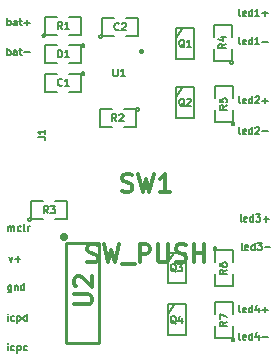
<source format=gto>
G04 (created by PCBNEW-RS274X (2012-01-19 BZR 3256)-stable) date 11/26/2012 8:22:25 AM*
G01*
G70*
G90*
%MOIN*%
G04 Gerber Fmt 3.4, Leading zero omitted, Abs format*
%FSLAX34Y34*%
G04 APERTURE LIST*
%ADD10C,0.006000*%
%ADD11C,0.005000*%
%ADD12C,0.015000*%
%ADD13C,0.010000*%
%ADD14C,0.012000*%
G04 APERTURE END LIST*
G54D10*
G54D11*
X57495Y-41454D02*
X57695Y-41154D01*
X57495Y-42154D02*
X57495Y-41129D01*
X57495Y-41129D02*
X58095Y-41129D01*
X58095Y-41129D02*
X58095Y-42154D01*
X58095Y-42154D02*
X57495Y-42154D01*
X57495Y-39721D02*
X57695Y-39421D01*
X57495Y-40421D02*
X57495Y-39396D01*
X57495Y-39396D02*
X58095Y-39396D01*
X58095Y-39396D02*
X58095Y-40421D01*
X58095Y-40421D02*
X57495Y-40421D01*
X57771Y-34211D02*
X57971Y-33911D01*
X57771Y-34911D02*
X57771Y-33886D01*
X57771Y-33886D02*
X58371Y-33886D01*
X58371Y-33886D02*
X58371Y-34911D01*
X58371Y-34911D02*
X57771Y-34911D01*
X57771Y-32241D02*
X57971Y-31941D01*
X57771Y-32941D02*
X57771Y-31916D01*
X57771Y-31916D02*
X58371Y-31916D01*
X58371Y-31916D02*
X58371Y-32941D01*
X58371Y-32941D02*
X57771Y-32941D01*
X55306Y-32191D02*
X55305Y-32200D01*
X55302Y-32210D01*
X55297Y-32218D01*
X55291Y-32226D01*
X55283Y-32232D01*
X55275Y-32237D01*
X55266Y-32239D01*
X55256Y-32240D01*
X55247Y-32240D01*
X55238Y-32237D01*
X55229Y-32232D01*
X55222Y-32226D01*
X55215Y-32219D01*
X55211Y-32210D01*
X55208Y-32201D01*
X55207Y-32191D01*
X55207Y-32182D01*
X55210Y-32173D01*
X55214Y-32164D01*
X55221Y-32157D01*
X55228Y-32150D01*
X55236Y-32146D01*
X55246Y-32143D01*
X55255Y-32142D01*
X55264Y-32142D01*
X55274Y-32145D01*
X55282Y-32149D01*
X55290Y-32155D01*
X55296Y-32163D01*
X55301Y-32171D01*
X55304Y-32180D01*
X55305Y-32190D01*
X55306Y-32191D01*
X55706Y-32191D02*
X55306Y-32191D01*
X55306Y-32191D02*
X55306Y-31591D01*
X55306Y-31591D02*
X55706Y-31591D01*
X56106Y-31591D02*
X56506Y-31591D01*
X56506Y-31591D02*
X56506Y-32191D01*
X56506Y-32191D02*
X56106Y-32191D01*
X54716Y-32495D02*
X54715Y-32504D01*
X54712Y-32514D01*
X54707Y-32522D01*
X54701Y-32530D01*
X54693Y-32536D01*
X54685Y-32541D01*
X54676Y-32543D01*
X54666Y-32544D01*
X54657Y-32544D01*
X54648Y-32541D01*
X54639Y-32536D01*
X54632Y-32530D01*
X54625Y-32523D01*
X54621Y-32514D01*
X54618Y-32505D01*
X54617Y-32495D01*
X54617Y-32486D01*
X54620Y-32477D01*
X54624Y-32468D01*
X54631Y-32461D01*
X54638Y-32454D01*
X54646Y-32450D01*
X54656Y-32447D01*
X54665Y-32446D01*
X54674Y-32446D01*
X54684Y-32449D01*
X54692Y-32453D01*
X54700Y-32459D01*
X54706Y-32467D01*
X54711Y-32475D01*
X54714Y-32484D01*
X54715Y-32494D01*
X54716Y-32495D01*
X54216Y-32495D02*
X54616Y-32495D01*
X54616Y-32495D02*
X54616Y-33095D01*
X54616Y-33095D02*
X54216Y-33095D01*
X53816Y-33095D02*
X53416Y-33095D01*
X53416Y-33095D02*
X53416Y-32495D01*
X53416Y-32495D02*
X53816Y-32495D01*
X54716Y-33440D02*
X54715Y-33449D01*
X54712Y-33459D01*
X54707Y-33467D01*
X54701Y-33475D01*
X54693Y-33481D01*
X54685Y-33486D01*
X54676Y-33488D01*
X54666Y-33489D01*
X54657Y-33489D01*
X54648Y-33486D01*
X54639Y-33481D01*
X54632Y-33475D01*
X54625Y-33468D01*
X54621Y-33459D01*
X54618Y-33450D01*
X54617Y-33440D01*
X54617Y-33431D01*
X54620Y-33422D01*
X54624Y-33413D01*
X54631Y-33406D01*
X54638Y-33399D01*
X54646Y-33395D01*
X54656Y-33392D01*
X54665Y-33391D01*
X54674Y-33391D01*
X54684Y-33394D01*
X54692Y-33398D01*
X54700Y-33404D01*
X54706Y-33412D01*
X54711Y-33420D01*
X54714Y-33429D01*
X54715Y-33439D01*
X54716Y-33440D01*
X54216Y-33440D02*
X54616Y-33440D01*
X54616Y-33440D02*
X54616Y-34040D01*
X54616Y-34040D02*
X54216Y-34040D01*
X53816Y-34040D02*
X53416Y-34040D01*
X53416Y-34040D02*
X53416Y-33440D01*
X53416Y-33440D02*
X53816Y-33440D01*
X59720Y-42304D02*
X59719Y-42313D01*
X59716Y-42323D01*
X59711Y-42331D01*
X59705Y-42339D01*
X59697Y-42345D01*
X59689Y-42350D01*
X59680Y-42352D01*
X59670Y-42353D01*
X59661Y-42353D01*
X59652Y-42350D01*
X59643Y-42345D01*
X59636Y-42339D01*
X59629Y-42332D01*
X59625Y-42323D01*
X59622Y-42314D01*
X59621Y-42304D01*
X59621Y-42295D01*
X59624Y-42286D01*
X59628Y-42277D01*
X59635Y-42270D01*
X59642Y-42263D01*
X59650Y-42259D01*
X59660Y-42256D01*
X59669Y-42255D01*
X59678Y-42255D01*
X59688Y-42258D01*
X59696Y-42262D01*
X59704Y-42268D01*
X59710Y-42276D01*
X59715Y-42284D01*
X59718Y-42293D01*
X59719Y-42303D01*
X59720Y-42304D01*
X59670Y-41854D02*
X59670Y-42254D01*
X59670Y-42254D02*
X59070Y-42254D01*
X59070Y-42254D02*
X59070Y-41854D01*
X59070Y-41454D02*
X59070Y-41054D01*
X59070Y-41054D02*
X59670Y-41054D01*
X59670Y-41054D02*
X59670Y-41454D01*
X59120Y-39271D02*
X59119Y-39280D01*
X59116Y-39290D01*
X59111Y-39298D01*
X59105Y-39306D01*
X59097Y-39312D01*
X59089Y-39317D01*
X59080Y-39319D01*
X59070Y-39320D01*
X59061Y-39320D01*
X59052Y-39317D01*
X59043Y-39312D01*
X59036Y-39306D01*
X59029Y-39299D01*
X59025Y-39290D01*
X59022Y-39281D01*
X59021Y-39271D01*
X59021Y-39262D01*
X59024Y-39253D01*
X59028Y-39244D01*
X59035Y-39237D01*
X59042Y-39230D01*
X59050Y-39226D01*
X59060Y-39223D01*
X59069Y-39222D01*
X59078Y-39222D01*
X59088Y-39225D01*
X59096Y-39229D01*
X59104Y-39235D01*
X59110Y-39243D01*
X59115Y-39251D01*
X59118Y-39260D01*
X59119Y-39270D01*
X59120Y-39271D01*
X59070Y-39721D02*
X59070Y-39321D01*
X59070Y-39321D02*
X59670Y-39321D01*
X59670Y-39321D02*
X59670Y-39721D01*
X59670Y-40121D02*
X59670Y-40521D01*
X59670Y-40521D02*
X59070Y-40521D01*
X59070Y-40521D02*
X59070Y-40121D01*
X59720Y-35099D02*
X59719Y-35108D01*
X59716Y-35118D01*
X59711Y-35126D01*
X59705Y-35134D01*
X59697Y-35140D01*
X59689Y-35145D01*
X59680Y-35147D01*
X59670Y-35148D01*
X59661Y-35148D01*
X59652Y-35145D01*
X59643Y-35140D01*
X59636Y-35134D01*
X59629Y-35127D01*
X59625Y-35118D01*
X59622Y-35109D01*
X59621Y-35099D01*
X59621Y-35090D01*
X59624Y-35081D01*
X59628Y-35072D01*
X59635Y-35065D01*
X59642Y-35058D01*
X59650Y-35054D01*
X59660Y-35051D01*
X59669Y-35050D01*
X59678Y-35050D01*
X59688Y-35053D01*
X59696Y-35057D01*
X59704Y-35063D01*
X59710Y-35071D01*
X59715Y-35079D01*
X59718Y-35088D01*
X59719Y-35098D01*
X59720Y-35099D01*
X59670Y-34649D02*
X59670Y-35049D01*
X59670Y-35049D02*
X59070Y-35049D01*
X59070Y-35049D02*
X59070Y-34649D01*
X59070Y-34249D02*
X59070Y-33849D01*
X59070Y-33849D02*
X59670Y-33849D01*
X59670Y-33849D02*
X59670Y-34249D01*
X59681Y-33052D02*
X59680Y-33061D01*
X59677Y-33071D01*
X59672Y-33079D01*
X59666Y-33087D01*
X59658Y-33093D01*
X59650Y-33098D01*
X59641Y-33100D01*
X59631Y-33101D01*
X59622Y-33101D01*
X59613Y-33098D01*
X59604Y-33093D01*
X59597Y-33087D01*
X59590Y-33080D01*
X59586Y-33071D01*
X59583Y-33062D01*
X59582Y-33052D01*
X59582Y-33043D01*
X59585Y-33034D01*
X59589Y-33025D01*
X59596Y-33018D01*
X59603Y-33011D01*
X59611Y-33007D01*
X59621Y-33004D01*
X59630Y-33003D01*
X59639Y-33003D01*
X59649Y-33006D01*
X59657Y-33010D01*
X59665Y-33016D01*
X59671Y-33024D01*
X59676Y-33032D01*
X59679Y-33041D01*
X59680Y-33051D01*
X59681Y-33052D01*
X59631Y-32602D02*
X59631Y-33002D01*
X59631Y-33002D02*
X59031Y-33002D01*
X59031Y-33002D02*
X59031Y-32602D01*
X59031Y-32202D02*
X59031Y-31802D01*
X59031Y-31802D02*
X59631Y-31802D01*
X59631Y-31802D02*
X59631Y-32202D01*
X52943Y-38292D02*
X52942Y-38301D01*
X52939Y-38311D01*
X52934Y-38319D01*
X52928Y-38327D01*
X52920Y-38333D01*
X52912Y-38338D01*
X52903Y-38340D01*
X52893Y-38341D01*
X52884Y-38341D01*
X52875Y-38338D01*
X52866Y-38333D01*
X52859Y-38327D01*
X52852Y-38320D01*
X52848Y-38311D01*
X52845Y-38302D01*
X52844Y-38292D01*
X52844Y-38283D01*
X52847Y-38274D01*
X52851Y-38265D01*
X52858Y-38258D01*
X52865Y-38251D01*
X52873Y-38247D01*
X52883Y-38244D01*
X52892Y-38243D01*
X52901Y-38243D01*
X52911Y-38246D01*
X52919Y-38250D01*
X52927Y-38256D01*
X52933Y-38264D01*
X52938Y-38272D01*
X52941Y-38281D01*
X52942Y-38291D01*
X52943Y-38292D01*
X53343Y-38292D02*
X52943Y-38292D01*
X52943Y-38292D02*
X52943Y-37692D01*
X52943Y-37692D02*
X53343Y-37692D01*
X53743Y-37692D02*
X54143Y-37692D01*
X54143Y-37692D02*
X54143Y-38292D01*
X54143Y-38292D02*
X53743Y-38292D01*
X56528Y-34622D02*
X56527Y-34631D01*
X56524Y-34641D01*
X56519Y-34649D01*
X56513Y-34657D01*
X56505Y-34663D01*
X56497Y-34668D01*
X56488Y-34670D01*
X56478Y-34671D01*
X56469Y-34671D01*
X56460Y-34668D01*
X56451Y-34663D01*
X56444Y-34657D01*
X56437Y-34650D01*
X56433Y-34641D01*
X56430Y-34632D01*
X56429Y-34622D01*
X56429Y-34613D01*
X56432Y-34604D01*
X56436Y-34595D01*
X56443Y-34588D01*
X56450Y-34581D01*
X56458Y-34577D01*
X56468Y-34574D01*
X56477Y-34573D01*
X56486Y-34573D01*
X56496Y-34576D01*
X56504Y-34580D01*
X56512Y-34586D01*
X56518Y-34594D01*
X56523Y-34602D01*
X56526Y-34611D01*
X56527Y-34621D01*
X56528Y-34622D01*
X56028Y-34622D02*
X56428Y-34622D01*
X56428Y-34622D02*
X56428Y-35222D01*
X56428Y-35222D02*
X56028Y-35222D01*
X55628Y-35222D02*
X55228Y-35222D01*
X55228Y-35222D02*
X55228Y-34622D01*
X55228Y-34622D02*
X55628Y-34622D01*
X53417Y-32151D02*
X53416Y-32160D01*
X53413Y-32170D01*
X53408Y-32178D01*
X53402Y-32186D01*
X53394Y-32192D01*
X53386Y-32197D01*
X53377Y-32199D01*
X53367Y-32200D01*
X53358Y-32200D01*
X53349Y-32197D01*
X53340Y-32192D01*
X53333Y-32186D01*
X53326Y-32179D01*
X53322Y-32170D01*
X53319Y-32161D01*
X53318Y-32151D01*
X53318Y-32142D01*
X53321Y-32133D01*
X53325Y-32124D01*
X53332Y-32117D01*
X53339Y-32110D01*
X53347Y-32106D01*
X53357Y-32103D01*
X53366Y-32102D01*
X53375Y-32102D01*
X53385Y-32105D01*
X53393Y-32109D01*
X53401Y-32115D01*
X53407Y-32123D01*
X53412Y-32131D01*
X53415Y-32140D01*
X53416Y-32150D01*
X53417Y-32151D01*
X53817Y-32151D02*
X53417Y-32151D01*
X53417Y-32151D02*
X53417Y-31551D01*
X53417Y-31551D02*
X53817Y-31551D01*
X54217Y-31551D02*
X54617Y-31551D01*
X54617Y-31551D02*
X54617Y-32151D01*
X54617Y-32151D02*
X54217Y-32151D01*
G54D12*
X54055Y-38858D02*
X54054Y-38865D01*
X54052Y-38872D01*
X54048Y-38879D01*
X54043Y-38885D01*
X54037Y-38890D01*
X54031Y-38893D01*
X54023Y-38896D01*
X54016Y-38896D01*
X54009Y-38896D01*
X54002Y-38894D01*
X53995Y-38890D01*
X53989Y-38885D01*
X53984Y-38880D01*
X53981Y-38873D01*
X53978Y-38866D01*
X53978Y-38858D01*
X53978Y-38851D01*
X53980Y-38844D01*
X53984Y-38837D01*
X53988Y-38831D01*
X53994Y-38826D01*
X54001Y-38823D01*
X54008Y-38820D01*
X54016Y-38820D01*
X54022Y-38820D01*
X54030Y-38822D01*
X54036Y-38826D01*
X54042Y-38830D01*
X54047Y-38836D01*
X54051Y-38843D01*
X54054Y-38850D01*
X54054Y-38857D01*
X54055Y-38858D01*
G54D13*
X55197Y-39095D02*
X54095Y-39095D01*
X54095Y-39095D02*
X54095Y-42402D01*
X54095Y-42402D02*
X55197Y-42402D01*
X55197Y-42402D02*
X55197Y-39095D01*
X56653Y-32677D02*
X56652Y-32684D01*
X56650Y-32691D01*
X56646Y-32698D01*
X56641Y-32704D01*
X56635Y-32709D01*
X56629Y-32712D01*
X56621Y-32715D01*
X56614Y-32715D01*
X56607Y-32715D01*
X56600Y-32713D01*
X56593Y-32709D01*
X56587Y-32704D01*
X56582Y-32699D01*
X56579Y-32692D01*
X56576Y-32685D01*
X56576Y-32677D01*
X56576Y-32670D01*
X56578Y-32663D01*
X56582Y-32656D01*
X56586Y-32650D01*
X56592Y-32645D01*
X56599Y-32642D01*
X56606Y-32639D01*
X56614Y-32639D01*
X56620Y-32639D01*
X56628Y-32641D01*
X56634Y-32645D01*
X56640Y-32649D01*
X56645Y-32655D01*
X56649Y-32662D01*
X56652Y-32669D01*
X56652Y-32676D01*
X56653Y-32677D01*
G54D11*
X57773Y-41772D02*
X57750Y-41761D01*
X57728Y-41738D01*
X57694Y-41705D01*
X57671Y-41693D01*
X57649Y-41693D01*
X57660Y-41750D02*
X57638Y-41738D01*
X57615Y-41716D01*
X57604Y-41671D01*
X57604Y-41592D01*
X57615Y-41547D01*
X57638Y-41525D01*
X57660Y-41514D01*
X57705Y-41514D01*
X57728Y-41525D01*
X57750Y-41547D01*
X57761Y-41592D01*
X57761Y-41671D01*
X57750Y-41716D01*
X57728Y-41738D01*
X57705Y-41750D01*
X57660Y-41750D01*
X57963Y-41592D02*
X57963Y-41750D01*
X57907Y-41502D02*
X57851Y-41671D01*
X57997Y-41671D01*
X57773Y-40039D02*
X57750Y-40028D01*
X57728Y-40005D01*
X57694Y-39972D01*
X57671Y-39960D01*
X57649Y-39960D01*
X57660Y-40017D02*
X57638Y-40005D01*
X57615Y-39983D01*
X57604Y-39938D01*
X57604Y-39859D01*
X57615Y-39814D01*
X57638Y-39792D01*
X57660Y-39781D01*
X57705Y-39781D01*
X57728Y-39792D01*
X57750Y-39814D01*
X57761Y-39859D01*
X57761Y-39938D01*
X57750Y-39983D01*
X57728Y-40005D01*
X57705Y-40017D01*
X57660Y-40017D01*
X57840Y-39781D02*
X57986Y-39781D01*
X57907Y-39870D01*
X57941Y-39870D01*
X57963Y-39882D01*
X57975Y-39893D01*
X57986Y-39915D01*
X57986Y-39972D01*
X57975Y-39994D01*
X57963Y-40005D01*
X57941Y-40017D01*
X57873Y-40017D01*
X57851Y-40005D01*
X57840Y-39994D01*
X58049Y-34529D02*
X58026Y-34518D01*
X58004Y-34495D01*
X57970Y-34462D01*
X57947Y-34450D01*
X57925Y-34450D01*
X57936Y-34507D02*
X57914Y-34495D01*
X57891Y-34473D01*
X57880Y-34428D01*
X57880Y-34349D01*
X57891Y-34304D01*
X57914Y-34282D01*
X57936Y-34271D01*
X57981Y-34271D01*
X58004Y-34282D01*
X58026Y-34304D01*
X58037Y-34349D01*
X58037Y-34428D01*
X58026Y-34473D01*
X58004Y-34495D01*
X57981Y-34507D01*
X57936Y-34507D01*
X58127Y-34293D02*
X58138Y-34282D01*
X58161Y-34271D01*
X58217Y-34271D01*
X58239Y-34282D01*
X58251Y-34293D01*
X58262Y-34315D01*
X58262Y-34338D01*
X58251Y-34372D01*
X58116Y-34507D01*
X58262Y-34507D01*
X58049Y-32559D02*
X58026Y-32548D01*
X58004Y-32525D01*
X57970Y-32492D01*
X57947Y-32480D01*
X57925Y-32480D01*
X57936Y-32537D02*
X57914Y-32525D01*
X57891Y-32503D01*
X57880Y-32458D01*
X57880Y-32379D01*
X57891Y-32334D01*
X57914Y-32312D01*
X57936Y-32301D01*
X57981Y-32301D01*
X58004Y-32312D01*
X58026Y-32334D01*
X58037Y-32379D01*
X58037Y-32458D01*
X58026Y-32503D01*
X58004Y-32525D01*
X57981Y-32537D01*
X57936Y-32537D01*
X58262Y-32537D02*
X58127Y-32537D01*
X58194Y-32537D02*
X58194Y-32301D01*
X58172Y-32334D01*
X58149Y-32357D01*
X58127Y-32368D01*
X55864Y-31968D02*
X55852Y-31980D01*
X55817Y-31992D01*
X55793Y-31992D01*
X55757Y-31980D01*
X55733Y-31956D01*
X55722Y-31933D01*
X55710Y-31885D01*
X55710Y-31849D01*
X55722Y-31802D01*
X55733Y-31778D01*
X55757Y-31754D01*
X55793Y-31742D01*
X55817Y-31742D01*
X55852Y-31754D01*
X55864Y-31766D01*
X55960Y-31766D02*
X55972Y-31754D01*
X55995Y-31742D01*
X56055Y-31742D01*
X56079Y-31754D01*
X56091Y-31766D01*
X56102Y-31790D01*
X56102Y-31814D01*
X56091Y-31849D01*
X55948Y-31992D01*
X56102Y-31992D01*
X53842Y-32891D02*
X53842Y-32655D01*
X53898Y-32655D01*
X53932Y-32666D01*
X53955Y-32688D01*
X53966Y-32711D01*
X53977Y-32756D01*
X53977Y-32789D01*
X53966Y-32834D01*
X53955Y-32857D01*
X53932Y-32879D01*
X53898Y-32891D01*
X53842Y-32891D01*
X54202Y-32891D02*
X54067Y-32891D01*
X54134Y-32891D02*
X54134Y-32655D01*
X54112Y-32688D01*
X54089Y-32711D01*
X54067Y-32722D01*
X53977Y-33813D02*
X53966Y-33824D01*
X53932Y-33836D01*
X53910Y-33836D01*
X53876Y-33824D01*
X53853Y-33802D01*
X53842Y-33779D01*
X53831Y-33734D01*
X53831Y-33701D01*
X53842Y-33656D01*
X53853Y-33633D01*
X53876Y-33611D01*
X53910Y-33600D01*
X53932Y-33600D01*
X53966Y-33611D01*
X53977Y-33622D01*
X54202Y-33836D02*
X54067Y-33836D01*
X54134Y-33836D02*
X54134Y-33600D01*
X54112Y-33633D01*
X54089Y-33656D01*
X54067Y-33667D01*
X59471Y-41696D02*
X59352Y-41779D01*
X59471Y-41838D02*
X59221Y-41838D01*
X59221Y-41743D01*
X59233Y-41719D01*
X59245Y-41708D01*
X59269Y-41696D01*
X59305Y-41696D01*
X59328Y-41708D01*
X59340Y-41719D01*
X59352Y-41743D01*
X59352Y-41838D01*
X59221Y-41612D02*
X59221Y-41446D01*
X59471Y-41553D01*
X59471Y-39963D02*
X59352Y-40046D01*
X59471Y-40105D02*
X59221Y-40105D01*
X59221Y-40010D01*
X59233Y-39986D01*
X59245Y-39975D01*
X59269Y-39963D01*
X59305Y-39963D01*
X59328Y-39975D01*
X59340Y-39986D01*
X59352Y-40010D01*
X59352Y-40105D01*
X59221Y-39748D02*
X59221Y-39796D01*
X59233Y-39820D01*
X59245Y-39832D01*
X59281Y-39855D01*
X59328Y-39867D01*
X59424Y-39867D01*
X59447Y-39855D01*
X59459Y-39844D01*
X59471Y-39820D01*
X59471Y-39772D01*
X59459Y-39748D01*
X59447Y-39736D01*
X59424Y-39725D01*
X59364Y-39725D01*
X59340Y-39736D01*
X59328Y-39748D01*
X59316Y-39772D01*
X59316Y-39820D01*
X59328Y-39844D01*
X59340Y-39855D01*
X59364Y-39867D01*
X59471Y-34491D02*
X59352Y-34574D01*
X59471Y-34633D02*
X59221Y-34633D01*
X59221Y-34538D01*
X59233Y-34514D01*
X59245Y-34503D01*
X59269Y-34491D01*
X59305Y-34491D01*
X59328Y-34503D01*
X59340Y-34514D01*
X59352Y-34538D01*
X59352Y-34633D01*
X59221Y-34264D02*
X59221Y-34383D01*
X59340Y-34395D01*
X59328Y-34383D01*
X59316Y-34360D01*
X59316Y-34300D01*
X59328Y-34276D01*
X59340Y-34264D01*
X59364Y-34253D01*
X59424Y-34253D01*
X59447Y-34264D01*
X59459Y-34276D01*
X59471Y-34300D01*
X59471Y-34360D01*
X59459Y-34383D01*
X59447Y-34395D01*
X59432Y-32444D02*
X59313Y-32527D01*
X59432Y-32586D02*
X59182Y-32586D01*
X59182Y-32491D01*
X59194Y-32467D01*
X59206Y-32456D01*
X59230Y-32444D01*
X59266Y-32444D01*
X59289Y-32456D01*
X59301Y-32467D01*
X59313Y-32491D01*
X59313Y-32586D01*
X59266Y-32229D02*
X59432Y-32229D01*
X59170Y-32289D02*
X59349Y-32348D01*
X59349Y-32194D01*
X53501Y-38093D02*
X53418Y-37974D01*
X53359Y-38093D02*
X53359Y-37843D01*
X53454Y-37843D01*
X53478Y-37855D01*
X53489Y-37867D01*
X53501Y-37891D01*
X53501Y-37927D01*
X53489Y-37950D01*
X53478Y-37962D01*
X53454Y-37974D01*
X53359Y-37974D01*
X53585Y-37843D02*
X53739Y-37843D01*
X53656Y-37938D01*
X53692Y-37938D01*
X53716Y-37950D01*
X53728Y-37962D01*
X53739Y-37986D01*
X53739Y-38046D01*
X53728Y-38069D01*
X53716Y-38081D01*
X53692Y-38093D01*
X53620Y-38093D01*
X53597Y-38081D01*
X53585Y-38069D01*
X55786Y-35023D02*
X55703Y-34904D01*
X55644Y-35023D02*
X55644Y-34773D01*
X55739Y-34773D01*
X55763Y-34785D01*
X55774Y-34797D01*
X55786Y-34821D01*
X55786Y-34857D01*
X55774Y-34880D01*
X55763Y-34892D01*
X55739Y-34904D01*
X55644Y-34904D01*
X55882Y-34797D02*
X55894Y-34785D01*
X55917Y-34773D01*
X55977Y-34773D01*
X56001Y-34785D01*
X56013Y-34797D01*
X56024Y-34821D01*
X56024Y-34845D01*
X56013Y-34880D01*
X55870Y-35023D01*
X56024Y-35023D01*
X53978Y-31947D02*
X53899Y-31834D01*
X53843Y-31947D02*
X53843Y-31711D01*
X53933Y-31711D01*
X53956Y-31722D01*
X53967Y-31733D01*
X53978Y-31755D01*
X53978Y-31789D01*
X53967Y-31812D01*
X53956Y-31823D01*
X53933Y-31834D01*
X53843Y-31834D01*
X54203Y-31947D02*
X54068Y-31947D01*
X54135Y-31947D02*
X54135Y-31711D01*
X54113Y-31744D01*
X54090Y-31767D01*
X54068Y-31778D01*
G54D14*
X54367Y-41126D02*
X54853Y-41126D01*
X54910Y-41098D01*
X54938Y-41069D01*
X54967Y-41012D01*
X54967Y-40898D01*
X54938Y-40840D01*
X54910Y-40812D01*
X54853Y-40783D01*
X54367Y-40783D01*
X54424Y-40526D02*
X54395Y-40497D01*
X54367Y-40440D01*
X54367Y-40297D01*
X54395Y-40240D01*
X54424Y-40211D01*
X54481Y-40183D01*
X54538Y-40183D01*
X54624Y-40211D01*
X54967Y-40554D01*
X54967Y-40183D01*
G54D11*
X59995Y-39308D02*
X59972Y-39296D01*
X59961Y-39274D01*
X59961Y-39072D01*
X60175Y-39296D02*
X60153Y-39308D01*
X60108Y-39308D01*
X60085Y-39296D01*
X60074Y-39274D01*
X60074Y-39184D01*
X60085Y-39161D01*
X60108Y-39150D01*
X60153Y-39150D01*
X60175Y-39161D01*
X60186Y-39184D01*
X60186Y-39206D01*
X60074Y-39229D01*
X60388Y-39308D02*
X60388Y-39072D01*
X60388Y-39296D02*
X60366Y-39308D01*
X60321Y-39308D01*
X60298Y-39296D01*
X60287Y-39285D01*
X60276Y-39263D01*
X60276Y-39195D01*
X60287Y-39173D01*
X60298Y-39161D01*
X60321Y-39150D01*
X60366Y-39150D01*
X60388Y-39161D01*
X60479Y-39072D02*
X60625Y-39072D01*
X60546Y-39161D01*
X60580Y-39161D01*
X60602Y-39173D01*
X60614Y-39184D01*
X60625Y-39206D01*
X60625Y-39263D01*
X60614Y-39285D01*
X60602Y-39296D01*
X60580Y-39308D01*
X60512Y-39308D01*
X60490Y-39296D01*
X60479Y-39285D01*
X60726Y-39218D02*
X60906Y-39218D01*
X52171Y-42655D02*
X52171Y-42497D01*
X52171Y-42419D02*
X52160Y-42430D01*
X52171Y-42441D01*
X52182Y-42430D01*
X52171Y-42419D01*
X52171Y-42441D01*
X52384Y-42643D02*
X52362Y-42655D01*
X52317Y-42655D01*
X52294Y-42643D01*
X52283Y-42632D01*
X52272Y-42610D01*
X52272Y-42542D01*
X52283Y-42520D01*
X52294Y-42508D01*
X52317Y-42497D01*
X52362Y-42497D01*
X52384Y-42508D01*
X52485Y-42497D02*
X52485Y-42733D01*
X52485Y-42508D02*
X52508Y-42497D01*
X52553Y-42497D01*
X52575Y-42508D01*
X52586Y-42520D01*
X52598Y-42542D01*
X52598Y-42610D01*
X52586Y-42632D01*
X52575Y-42643D01*
X52553Y-42655D01*
X52508Y-42655D01*
X52485Y-42643D01*
X52800Y-42643D02*
X52778Y-42655D01*
X52733Y-42655D01*
X52710Y-42643D01*
X52699Y-42632D01*
X52688Y-42610D01*
X52688Y-42542D01*
X52699Y-42520D01*
X52710Y-42508D01*
X52733Y-42497D01*
X52778Y-42497D01*
X52800Y-42508D01*
X52166Y-41670D02*
X52166Y-41512D01*
X52166Y-41434D02*
X52155Y-41445D01*
X52166Y-41456D01*
X52177Y-41445D01*
X52166Y-41434D01*
X52166Y-41456D01*
X52379Y-41658D02*
X52357Y-41670D01*
X52312Y-41670D01*
X52289Y-41658D01*
X52278Y-41647D01*
X52267Y-41625D01*
X52267Y-41557D01*
X52278Y-41535D01*
X52289Y-41523D01*
X52312Y-41512D01*
X52357Y-41512D01*
X52379Y-41523D01*
X52480Y-41512D02*
X52480Y-41748D01*
X52480Y-41523D02*
X52503Y-41512D01*
X52548Y-41512D01*
X52570Y-41523D01*
X52581Y-41535D01*
X52593Y-41557D01*
X52593Y-41625D01*
X52581Y-41647D01*
X52570Y-41658D01*
X52548Y-41670D01*
X52503Y-41670D01*
X52480Y-41658D01*
X52795Y-41670D02*
X52795Y-41434D01*
X52795Y-41658D02*
X52773Y-41670D01*
X52728Y-41670D01*
X52705Y-41658D01*
X52694Y-41647D01*
X52683Y-41625D01*
X52683Y-41557D01*
X52694Y-41535D01*
X52705Y-41523D01*
X52728Y-41512D01*
X52773Y-41512D01*
X52795Y-41523D01*
X52277Y-40490D02*
X52277Y-40681D01*
X52266Y-40704D01*
X52255Y-40715D01*
X52232Y-40726D01*
X52199Y-40726D01*
X52176Y-40715D01*
X52277Y-40636D02*
X52255Y-40648D01*
X52210Y-40648D01*
X52187Y-40636D01*
X52176Y-40625D01*
X52165Y-40603D01*
X52165Y-40535D01*
X52176Y-40513D01*
X52187Y-40501D01*
X52210Y-40490D01*
X52255Y-40490D01*
X52277Y-40501D01*
X52390Y-40490D02*
X52390Y-40648D01*
X52390Y-40513D02*
X52401Y-40501D01*
X52424Y-40490D01*
X52458Y-40490D01*
X52480Y-40501D01*
X52491Y-40524D01*
X52491Y-40648D01*
X52705Y-40648D02*
X52705Y-40412D01*
X52705Y-40636D02*
X52683Y-40648D01*
X52638Y-40648D01*
X52615Y-40636D01*
X52604Y-40625D01*
X52593Y-40603D01*
X52593Y-40535D01*
X52604Y-40513D01*
X52615Y-40501D01*
X52638Y-40490D01*
X52683Y-40490D01*
X52705Y-40501D01*
X52200Y-39544D02*
X52256Y-39702D01*
X52312Y-39544D01*
X52402Y-39612D02*
X52582Y-39612D01*
X52492Y-39702D02*
X52492Y-39522D01*
X52183Y-38678D02*
X52183Y-38520D01*
X52183Y-38543D02*
X52194Y-38531D01*
X52217Y-38520D01*
X52251Y-38520D01*
X52273Y-38531D01*
X52284Y-38554D01*
X52284Y-38678D01*
X52284Y-38554D02*
X52296Y-38531D01*
X52318Y-38520D01*
X52352Y-38520D01*
X52374Y-38531D01*
X52385Y-38554D01*
X52385Y-38678D01*
X52599Y-38666D02*
X52577Y-38678D01*
X52532Y-38678D01*
X52509Y-38666D01*
X52498Y-38655D01*
X52487Y-38633D01*
X52487Y-38565D01*
X52498Y-38543D01*
X52509Y-38531D01*
X52532Y-38520D01*
X52577Y-38520D01*
X52599Y-38531D01*
X52734Y-38678D02*
X52711Y-38666D01*
X52700Y-38644D01*
X52700Y-38442D01*
X52824Y-38678D02*
X52824Y-38520D01*
X52824Y-38565D02*
X52835Y-38543D01*
X52847Y-38531D01*
X52869Y-38520D01*
X52892Y-38520D01*
X52149Y-31828D02*
X52149Y-31592D01*
X52149Y-31681D02*
X52172Y-31670D01*
X52217Y-31670D01*
X52239Y-31681D01*
X52250Y-31693D01*
X52262Y-31715D01*
X52262Y-31783D01*
X52250Y-31805D01*
X52239Y-31816D01*
X52217Y-31828D01*
X52172Y-31828D01*
X52149Y-31816D01*
X52464Y-31828D02*
X52464Y-31704D01*
X52453Y-31681D01*
X52431Y-31670D01*
X52386Y-31670D01*
X52363Y-31681D01*
X52464Y-31816D02*
X52442Y-31828D01*
X52386Y-31828D01*
X52363Y-31816D01*
X52352Y-31794D01*
X52352Y-31771D01*
X52363Y-31749D01*
X52386Y-31738D01*
X52442Y-31738D01*
X52464Y-31726D01*
X52543Y-31670D02*
X52633Y-31670D01*
X52577Y-31592D02*
X52577Y-31794D01*
X52588Y-31816D01*
X52611Y-31828D01*
X52633Y-31828D01*
X52712Y-31738D02*
X52892Y-31738D01*
X52802Y-31828D02*
X52802Y-31648D01*
X52149Y-32813D02*
X52149Y-32577D01*
X52149Y-32666D02*
X52172Y-32655D01*
X52217Y-32655D01*
X52239Y-32666D01*
X52250Y-32678D01*
X52262Y-32700D01*
X52262Y-32768D01*
X52250Y-32790D01*
X52239Y-32801D01*
X52217Y-32813D01*
X52172Y-32813D01*
X52149Y-32801D01*
X52464Y-32813D02*
X52464Y-32689D01*
X52453Y-32666D01*
X52431Y-32655D01*
X52386Y-32655D01*
X52363Y-32666D01*
X52464Y-32801D02*
X52442Y-32813D01*
X52386Y-32813D01*
X52363Y-32801D01*
X52352Y-32779D01*
X52352Y-32756D01*
X52363Y-32734D01*
X52386Y-32723D01*
X52442Y-32723D01*
X52464Y-32711D01*
X52543Y-32655D02*
X52633Y-32655D01*
X52577Y-32577D02*
X52577Y-32779D01*
X52588Y-32801D01*
X52611Y-32813D01*
X52633Y-32813D01*
X52712Y-32723D02*
X52892Y-32723D01*
X59916Y-31513D02*
X59893Y-31501D01*
X59882Y-31479D01*
X59882Y-31277D01*
X60096Y-31501D02*
X60074Y-31513D01*
X60029Y-31513D01*
X60006Y-31501D01*
X59995Y-31479D01*
X59995Y-31389D01*
X60006Y-31366D01*
X60029Y-31355D01*
X60074Y-31355D01*
X60096Y-31366D01*
X60107Y-31389D01*
X60107Y-31411D01*
X59995Y-31434D01*
X60309Y-31513D02*
X60309Y-31277D01*
X60309Y-31501D02*
X60287Y-31513D01*
X60242Y-31513D01*
X60219Y-31501D01*
X60208Y-31490D01*
X60197Y-31468D01*
X60197Y-31400D01*
X60208Y-31378D01*
X60219Y-31366D01*
X60242Y-31355D01*
X60287Y-31355D01*
X60309Y-31366D01*
X60546Y-31513D02*
X60411Y-31513D01*
X60478Y-31513D02*
X60478Y-31277D01*
X60456Y-31310D01*
X60433Y-31333D01*
X60411Y-31344D01*
X60647Y-31423D02*
X60827Y-31423D01*
X60737Y-31513D02*
X60737Y-31333D01*
X59916Y-32459D02*
X59893Y-32447D01*
X59882Y-32425D01*
X59882Y-32223D01*
X60096Y-32447D02*
X60074Y-32459D01*
X60029Y-32459D01*
X60006Y-32447D01*
X59995Y-32425D01*
X59995Y-32335D01*
X60006Y-32312D01*
X60029Y-32301D01*
X60074Y-32301D01*
X60096Y-32312D01*
X60107Y-32335D01*
X60107Y-32357D01*
X59995Y-32380D01*
X60309Y-32459D02*
X60309Y-32223D01*
X60309Y-32447D02*
X60287Y-32459D01*
X60242Y-32459D01*
X60219Y-32447D01*
X60208Y-32436D01*
X60197Y-32414D01*
X60197Y-32346D01*
X60208Y-32324D01*
X60219Y-32312D01*
X60242Y-32301D01*
X60287Y-32301D01*
X60309Y-32312D01*
X60546Y-32459D02*
X60411Y-32459D01*
X60478Y-32459D02*
X60478Y-32223D01*
X60456Y-32256D01*
X60433Y-32279D01*
X60411Y-32290D01*
X60647Y-32369D02*
X60827Y-32369D01*
X59916Y-34427D02*
X59893Y-34415D01*
X59882Y-34393D01*
X59882Y-34191D01*
X60096Y-34415D02*
X60074Y-34427D01*
X60029Y-34427D01*
X60006Y-34415D01*
X59995Y-34393D01*
X59995Y-34303D01*
X60006Y-34280D01*
X60029Y-34269D01*
X60074Y-34269D01*
X60096Y-34280D01*
X60107Y-34303D01*
X60107Y-34325D01*
X59995Y-34348D01*
X60309Y-34427D02*
X60309Y-34191D01*
X60309Y-34415D02*
X60287Y-34427D01*
X60242Y-34427D01*
X60219Y-34415D01*
X60208Y-34404D01*
X60197Y-34382D01*
X60197Y-34314D01*
X60208Y-34292D01*
X60219Y-34280D01*
X60242Y-34269D01*
X60287Y-34269D01*
X60309Y-34280D01*
X60411Y-34213D02*
X60422Y-34202D01*
X60445Y-34191D01*
X60501Y-34191D01*
X60523Y-34202D01*
X60535Y-34213D01*
X60546Y-34235D01*
X60546Y-34258D01*
X60535Y-34292D01*
X60400Y-34427D01*
X60546Y-34427D01*
X60647Y-34337D02*
X60827Y-34337D01*
X60737Y-34427D02*
X60737Y-34247D01*
X59916Y-35450D02*
X59893Y-35438D01*
X59882Y-35416D01*
X59882Y-35214D01*
X60096Y-35438D02*
X60074Y-35450D01*
X60029Y-35450D01*
X60006Y-35438D01*
X59995Y-35416D01*
X59995Y-35326D01*
X60006Y-35303D01*
X60029Y-35292D01*
X60074Y-35292D01*
X60096Y-35303D01*
X60107Y-35326D01*
X60107Y-35348D01*
X59995Y-35371D01*
X60309Y-35450D02*
X60309Y-35214D01*
X60309Y-35438D02*
X60287Y-35450D01*
X60242Y-35450D01*
X60219Y-35438D01*
X60208Y-35427D01*
X60197Y-35405D01*
X60197Y-35337D01*
X60208Y-35315D01*
X60219Y-35303D01*
X60242Y-35292D01*
X60287Y-35292D01*
X60309Y-35303D01*
X60411Y-35236D02*
X60422Y-35225D01*
X60445Y-35214D01*
X60501Y-35214D01*
X60523Y-35225D01*
X60535Y-35236D01*
X60546Y-35258D01*
X60546Y-35281D01*
X60535Y-35315D01*
X60400Y-35450D01*
X60546Y-35450D01*
X60647Y-35360D02*
X60827Y-35360D01*
X59956Y-38364D02*
X59933Y-38352D01*
X59922Y-38330D01*
X59922Y-38128D01*
X60136Y-38352D02*
X60114Y-38364D01*
X60069Y-38364D01*
X60046Y-38352D01*
X60035Y-38330D01*
X60035Y-38240D01*
X60046Y-38217D01*
X60069Y-38206D01*
X60114Y-38206D01*
X60136Y-38217D01*
X60147Y-38240D01*
X60147Y-38262D01*
X60035Y-38285D01*
X60349Y-38364D02*
X60349Y-38128D01*
X60349Y-38352D02*
X60327Y-38364D01*
X60282Y-38364D01*
X60259Y-38352D01*
X60248Y-38341D01*
X60237Y-38319D01*
X60237Y-38251D01*
X60248Y-38229D01*
X60259Y-38217D01*
X60282Y-38206D01*
X60327Y-38206D01*
X60349Y-38217D01*
X60440Y-38128D02*
X60586Y-38128D01*
X60507Y-38217D01*
X60541Y-38217D01*
X60563Y-38229D01*
X60575Y-38240D01*
X60586Y-38262D01*
X60586Y-38319D01*
X60575Y-38341D01*
X60563Y-38352D01*
X60541Y-38364D01*
X60473Y-38364D01*
X60451Y-38352D01*
X60440Y-38341D01*
X60687Y-38274D02*
X60867Y-38274D01*
X60777Y-38364D02*
X60777Y-38184D01*
X59916Y-42301D02*
X59893Y-42289D01*
X59882Y-42267D01*
X59882Y-42065D01*
X60096Y-42289D02*
X60074Y-42301D01*
X60029Y-42301D01*
X60006Y-42289D01*
X59995Y-42267D01*
X59995Y-42177D01*
X60006Y-42154D01*
X60029Y-42143D01*
X60074Y-42143D01*
X60096Y-42154D01*
X60107Y-42177D01*
X60107Y-42199D01*
X59995Y-42222D01*
X60309Y-42301D02*
X60309Y-42065D01*
X60309Y-42289D02*
X60287Y-42301D01*
X60242Y-42301D01*
X60219Y-42289D01*
X60208Y-42278D01*
X60197Y-42256D01*
X60197Y-42188D01*
X60208Y-42166D01*
X60219Y-42154D01*
X60242Y-42143D01*
X60287Y-42143D01*
X60309Y-42154D01*
X60523Y-42143D02*
X60523Y-42301D01*
X60467Y-42053D02*
X60411Y-42222D01*
X60557Y-42222D01*
X60647Y-42211D02*
X60827Y-42211D01*
X59916Y-41395D02*
X59893Y-41383D01*
X59882Y-41361D01*
X59882Y-41159D01*
X60096Y-41383D02*
X60074Y-41395D01*
X60029Y-41395D01*
X60006Y-41383D01*
X59995Y-41361D01*
X59995Y-41271D01*
X60006Y-41248D01*
X60029Y-41237D01*
X60074Y-41237D01*
X60096Y-41248D01*
X60107Y-41271D01*
X60107Y-41293D01*
X59995Y-41316D01*
X60309Y-41395D02*
X60309Y-41159D01*
X60309Y-41383D02*
X60287Y-41395D01*
X60242Y-41395D01*
X60219Y-41383D01*
X60208Y-41372D01*
X60197Y-41350D01*
X60197Y-41282D01*
X60208Y-41260D01*
X60219Y-41248D01*
X60242Y-41237D01*
X60287Y-41237D01*
X60309Y-41248D01*
X60523Y-41237D02*
X60523Y-41395D01*
X60467Y-41147D02*
X60411Y-41316D01*
X60557Y-41316D01*
X60647Y-41305D02*
X60827Y-41305D01*
X60737Y-41395D02*
X60737Y-41215D01*
X55686Y-33285D02*
X55686Y-33476D01*
X55697Y-33498D01*
X55709Y-33509D01*
X55731Y-33521D01*
X55776Y-33521D01*
X55799Y-33509D01*
X55810Y-33498D01*
X55821Y-33476D01*
X55821Y-33285D01*
X56057Y-33521D02*
X55922Y-33521D01*
X55989Y-33521D02*
X55989Y-33285D01*
X55967Y-33318D01*
X55944Y-33341D01*
X55922Y-33352D01*
X53168Y-35550D02*
X53336Y-35550D01*
X53370Y-35562D01*
X53392Y-35584D01*
X53404Y-35618D01*
X53404Y-35640D01*
X53404Y-35314D02*
X53404Y-35449D01*
X53404Y-35382D02*
X53168Y-35382D01*
X53201Y-35404D01*
X53224Y-35427D01*
X53235Y-35449D01*
G54D14*
X55972Y-37340D02*
X56058Y-37369D01*
X56201Y-37369D01*
X56258Y-37340D01*
X56287Y-37312D01*
X56315Y-37255D01*
X56315Y-37197D01*
X56287Y-37140D01*
X56258Y-37112D01*
X56201Y-37083D01*
X56087Y-37055D01*
X56029Y-37026D01*
X56001Y-36997D01*
X55972Y-36940D01*
X55972Y-36883D01*
X56001Y-36826D01*
X56029Y-36797D01*
X56087Y-36769D01*
X56229Y-36769D01*
X56315Y-36797D01*
X56515Y-36769D02*
X56658Y-37369D01*
X56772Y-36940D01*
X56886Y-37369D01*
X57029Y-36769D01*
X57572Y-37369D02*
X57229Y-37369D01*
X57401Y-37369D02*
X57401Y-36769D01*
X57344Y-36855D01*
X57286Y-36912D01*
X57229Y-36940D01*
X54815Y-39700D02*
X54901Y-39729D01*
X55044Y-39729D01*
X55101Y-39700D01*
X55130Y-39672D01*
X55158Y-39615D01*
X55158Y-39557D01*
X55130Y-39500D01*
X55101Y-39472D01*
X55044Y-39443D01*
X54930Y-39415D01*
X54872Y-39386D01*
X54844Y-39357D01*
X54815Y-39300D01*
X54815Y-39243D01*
X54844Y-39186D01*
X54872Y-39157D01*
X54930Y-39129D01*
X55072Y-39129D01*
X55158Y-39157D01*
X55358Y-39129D02*
X55501Y-39729D01*
X55615Y-39300D01*
X55729Y-39729D01*
X55872Y-39129D01*
X55958Y-39786D02*
X56415Y-39786D01*
X56558Y-39729D02*
X56558Y-39129D01*
X56786Y-39129D01*
X56844Y-39157D01*
X56872Y-39186D01*
X56901Y-39243D01*
X56901Y-39329D01*
X56872Y-39386D01*
X56844Y-39415D01*
X56786Y-39443D01*
X56558Y-39443D01*
X57158Y-39129D02*
X57158Y-39615D01*
X57186Y-39672D01*
X57215Y-39700D01*
X57272Y-39729D01*
X57386Y-39729D01*
X57444Y-39700D01*
X57472Y-39672D01*
X57501Y-39615D01*
X57501Y-39129D01*
X57758Y-39700D02*
X57844Y-39729D01*
X57987Y-39729D01*
X58044Y-39700D01*
X58073Y-39672D01*
X58101Y-39615D01*
X58101Y-39557D01*
X58073Y-39500D01*
X58044Y-39472D01*
X57987Y-39443D01*
X57873Y-39415D01*
X57815Y-39386D01*
X57787Y-39357D01*
X57758Y-39300D01*
X57758Y-39243D01*
X57787Y-39186D01*
X57815Y-39157D01*
X57873Y-39129D01*
X58015Y-39129D01*
X58101Y-39157D01*
X58358Y-39729D02*
X58358Y-39129D01*
X58358Y-39415D02*
X58701Y-39415D01*
X58701Y-39729D02*
X58701Y-39129D01*
M02*

</source>
